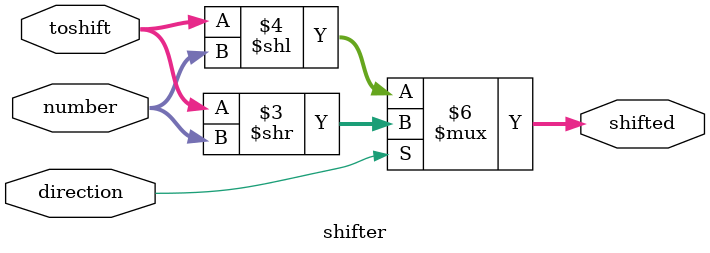
<source format=v>
`ifndef _shifter
`define _shifter


module shifter(
		input wire [31:0] toshift,
		input wire [4:0] number,
		input wire direction,  //0 izquierda, 1 derecha
		output reg [31:0] shifted
		);

always @* begin
	if(direction == 1) begin
		shifted <= toshift >> number;
	end
	else begin
		shifted <= toshift << number;
	end

end
		
endmodule

`endif

</source>
